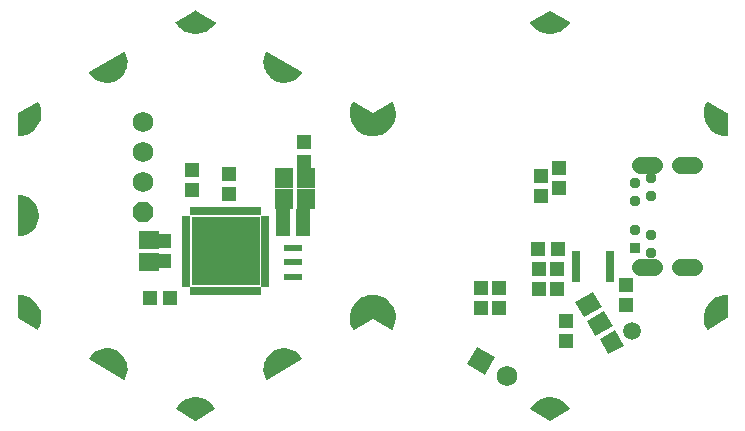
<source format=gbr>
G04 EAGLE Gerber RS-274X export*
G75*
%MOMM*%
%FSLAX34Y34*%
%LPD*%
%INSoldermask Bottom*%
%IPPOS*%
%AMOC8*
5,1,8,0,0,1.08239X$1,22.5*%
G01*
%ADD10R,1.603197X0.603200*%
%ADD11P,1.869504X8X112.500000*%
%ADD12R,1.303200X1.203200*%
%ADD13R,1.203200X1.303200*%
%ADD14R,1.503200X1.703200*%
%ADD15R,1.703200X1.503200*%
%ADD16C,1.727200*%
%ADD17R,0.753200X0.500381*%
%ADD18R,0.500381X0.753200*%
%ADD19R,5.803200X5.803200*%
%ADD20R,1.493200X1.493200*%
%ADD21C,1.493200*%
%ADD22R,0.718200X0.653200*%
%ADD23C,1.203200*%
%ADD24R,0.958000X0.958000*%
%ADD25C,0.958000*%
%ADD26C,1.403200*%
%ADD27R,1.733200X1.733200*%
%ADD28C,1.733200*%

G36*
X802Y154416D02*
X802Y154416D01*
X815Y154415D01*
X3865Y154657D01*
X3897Y154667D01*
X3944Y154670D01*
X6916Y155399D01*
X6947Y155413D01*
X6992Y155424D01*
X7056Y155451D01*
X8232Y155951D01*
X9407Y156450D01*
X9408Y156450D01*
X9809Y156620D01*
X9837Y156639D01*
X9880Y156657D01*
X12468Y158290D01*
X12492Y158313D01*
X12532Y158338D01*
X14825Y160364D01*
X14845Y160391D01*
X14881Y160422D01*
X16819Y162790D01*
X16835Y162820D01*
X16864Y162856D01*
X18398Y165504D01*
X18408Y165536D01*
X18432Y165577D01*
X18485Y165716D01*
X18485Y165717D01*
X19245Y167713D01*
X19245Y167714D01*
X19435Y168213D01*
X19521Y168436D01*
X19526Y168470D01*
X19543Y168514D01*
X20159Y171511D01*
X20159Y171545D01*
X20168Y171591D01*
X20295Y174648D01*
X20290Y174681D01*
X20292Y174728D01*
X19927Y177766D01*
X19916Y177798D01*
X19911Y177845D01*
X19063Y180785D01*
X19047Y180815D01*
X19035Y180860D01*
X17726Y183626D01*
X17709Y183649D01*
X17699Y183676D01*
X17650Y183728D01*
X17607Y183785D01*
X17582Y183800D01*
X17563Y183820D01*
X17497Y183849D01*
X17435Y183885D01*
X17407Y183889D01*
X17381Y183900D01*
X17309Y183901D01*
X17238Y183910D01*
X17211Y183903D01*
X17182Y183903D01*
X17087Y183868D01*
X17047Y183857D01*
X17038Y183850D01*
X17026Y183845D01*
X775Y174489D01*
X-15476Y183845D01*
X-15503Y183854D01*
X-15527Y183871D01*
X-15597Y183885D01*
X-15665Y183908D01*
X-15693Y183906D01*
X-15721Y183912D01*
X-15792Y183898D01*
X-15863Y183892D01*
X-15888Y183879D01*
X-15916Y183874D01*
X-15976Y183834D01*
X-16039Y183801D01*
X-16057Y183778D01*
X-16081Y183762D01*
X-16139Y183680D01*
X-16166Y183647D01*
X-16169Y183637D01*
X-16176Y183626D01*
X-17485Y180860D01*
X-17493Y180827D01*
X-17513Y180785D01*
X-18361Y177845D01*
X-18364Y177811D01*
X-18377Y177766D01*
X-18742Y174728D01*
X-18739Y174694D01*
X-18745Y174648D01*
X-18618Y171591D01*
X-18610Y171558D01*
X-18609Y171511D01*
X-17993Y168514D01*
X-17980Y168482D01*
X-17971Y168436D01*
X-16882Y165577D01*
X-16864Y165548D01*
X-16848Y165504D01*
X-15314Y162856D01*
X-15292Y162831D01*
X-15269Y162790D01*
X-13331Y160422D01*
X-13304Y160401D01*
X-13275Y160364D01*
X-10982Y158338D01*
X-10953Y158321D01*
X-10918Y158290D01*
X-8330Y156657D01*
X-8298Y156645D01*
X-8259Y156620D01*
X-5442Y155424D01*
X-5409Y155417D01*
X-5366Y155399D01*
X-2394Y154670D01*
X-2360Y154669D01*
X-2315Y154657D01*
X735Y154415D01*
X764Y154418D01*
X792Y154414D01*
X802Y154416D01*
G37*
G36*
X17342Y-9273D02*
X17342Y-9273D01*
X17413Y-9267D01*
X17438Y-9254D01*
X17466Y-9249D01*
X17526Y-9209D01*
X17589Y-9176D01*
X17607Y-9153D01*
X17631Y-9137D01*
X17689Y-9055D01*
X17716Y-9022D01*
X17719Y-9012D01*
X17726Y-9001D01*
X19035Y-6235D01*
X19043Y-6202D01*
X19063Y-6160D01*
X19911Y-3220D01*
X19914Y-3186D01*
X19927Y-3141D01*
X20292Y-103D01*
X20289Y-69D01*
X20295Y-23D01*
X20168Y3034D01*
X20160Y3067D01*
X20159Y3114D01*
X19543Y6111D01*
X19530Y6143D01*
X19521Y6189D01*
X18432Y9048D01*
X18414Y9077D01*
X18398Y9121D01*
X16864Y11769D01*
X16842Y11794D01*
X16819Y11835D01*
X14881Y14203D01*
X14854Y14224D01*
X14825Y14261D01*
X12532Y16287D01*
X12503Y16304D01*
X12468Y16335D01*
X9880Y17968D01*
X9848Y17980D01*
X9809Y18005D01*
X6992Y19201D01*
X6959Y19208D01*
X6916Y19226D01*
X3944Y19955D01*
X3910Y19956D01*
X3865Y19968D01*
X815Y20210D01*
X786Y20207D01*
X758Y20211D01*
X748Y20209D01*
X735Y20210D01*
X-2315Y19968D01*
X-2347Y19958D01*
X-2394Y19955D01*
X-5366Y19226D01*
X-5397Y19212D01*
X-5442Y19201D01*
X-5607Y19131D01*
X-6782Y18632D01*
X-7958Y18132D01*
X-8259Y18005D01*
X-8287Y17986D01*
X-8330Y17968D01*
X-10918Y16335D01*
X-10942Y16312D01*
X-10982Y16287D01*
X-13275Y14261D01*
X-13295Y14234D01*
X-13331Y14203D01*
X-15269Y11835D01*
X-15285Y11805D01*
X-15314Y11769D01*
X-16848Y9121D01*
X-16858Y9089D01*
X-16882Y9048D01*
X-17971Y6189D01*
X-17976Y6155D01*
X-17993Y6111D01*
X-18609Y3114D01*
X-18609Y3080D01*
X-18618Y3034D01*
X-18745Y-23D01*
X-18740Y-56D01*
X-18742Y-103D01*
X-18377Y-3141D01*
X-18366Y-3173D01*
X-18361Y-3220D01*
X-17513Y-6160D01*
X-17497Y-6190D01*
X-17485Y-6235D01*
X-16176Y-9001D01*
X-16159Y-9024D01*
X-16149Y-9051D01*
X-16100Y-9103D01*
X-16057Y-9160D01*
X-16032Y-9175D01*
X-16013Y-9195D01*
X-15947Y-9224D01*
X-15885Y-9260D01*
X-15857Y-9264D01*
X-15831Y-9275D01*
X-15759Y-9276D01*
X-15688Y-9285D01*
X-15661Y-9278D01*
X-15632Y-9278D01*
X-15537Y-9243D01*
X-15497Y-9232D01*
X-15488Y-9225D01*
X-15476Y-9220D01*
X775Y136D01*
X17026Y-9220D01*
X17053Y-9229D01*
X17077Y-9246D01*
X17147Y-9260D01*
X17215Y-9283D01*
X17243Y-9281D01*
X17271Y-9287D01*
X17342Y-9273D01*
G37*
G36*
X-299198Y69816D02*
X-299198Y69816D01*
X-299184Y69815D01*
X-296386Y70047D01*
X-296352Y70057D01*
X-296304Y70060D01*
X-293583Y70750D01*
X-293551Y70765D01*
X-293505Y70776D01*
X-290933Y71904D01*
X-290905Y71924D01*
X-290861Y71943D01*
X-288510Y73479D01*
X-288486Y73504D01*
X-288445Y73530D01*
X-286380Y75431D01*
X-286367Y75448D01*
X-286355Y75457D01*
X-286344Y75473D01*
X-286324Y75492D01*
X-284599Y77708D01*
X-284584Y77739D01*
X-284554Y77777D01*
X-283218Y80246D01*
X-283208Y80279D01*
X-283185Y80322D01*
X-282273Y82977D01*
X-282269Y83012D01*
X-282253Y83057D01*
X-281791Y85826D01*
X-281792Y85861D01*
X-281784Y85909D01*
X-281784Y88716D01*
X-281791Y88750D01*
X-281791Y88799D01*
X-282253Y91568D01*
X-282265Y91600D01*
X-282273Y91648D01*
X-283185Y94303D01*
X-283202Y94333D01*
X-283218Y94379D01*
X-284554Y96848D01*
X-284576Y96875D01*
X-284599Y96917D01*
X-286324Y99133D01*
X-286350Y99156D01*
X-286380Y99194D01*
X-288445Y101095D01*
X-288475Y101113D01*
X-288510Y101146D01*
X-290861Y102682D01*
X-290893Y102694D01*
X-290933Y102721D01*
X-293505Y103849D01*
X-293538Y103856D01*
X-293583Y103875D01*
X-296304Y104565D01*
X-296339Y104566D01*
X-296386Y104578D01*
X-299184Y104810D01*
X-299213Y104807D01*
X-299242Y104811D01*
X-299311Y104795D01*
X-299381Y104787D01*
X-299407Y104772D01*
X-299435Y104765D01*
X-299492Y104723D01*
X-299554Y104688D01*
X-299572Y104665D01*
X-299595Y104648D01*
X-299631Y104587D01*
X-299674Y104530D01*
X-299682Y104502D01*
X-299697Y104477D01*
X-299713Y104378D01*
X-299724Y104337D01*
X-299722Y104326D01*
X-299724Y104313D01*
X-299724Y70313D01*
X-299718Y70284D01*
X-299721Y70255D01*
X-299699Y70187D01*
X-299685Y70118D01*
X-299668Y70094D01*
X-299659Y70066D01*
X-299612Y70012D01*
X-299572Y69954D01*
X-299548Y69938D01*
X-299528Y69916D01*
X-299464Y69885D01*
X-299405Y69847D01*
X-299376Y69842D01*
X-299350Y69829D01*
X-299250Y69821D01*
X-299208Y69814D01*
X-299198Y69816D01*
G37*
G36*
X-209459Y-51573D02*
X-209459Y-51573D01*
X-209388Y-51568D01*
X-209362Y-51554D01*
X-209334Y-51549D01*
X-209275Y-51509D01*
X-209212Y-51476D01*
X-209193Y-51454D01*
X-209169Y-51437D01*
X-209112Y-51356D01*
X-209085Y-51323D01*
X-209082Y-51312D01*
X-209074Y-51301D01*
X-207875Y-48765D01*
X-207867Y-48732D01*
X-207846Y-48688D01*
X-207081Y-45990D01*
X-207079Y-45956D01*
X-207065Y-45909D01*
X-206755Y-43122D01*
X-206758Y-43093D01*
X-206756Y-43083D01*
X-206757Y-43078D01*
X-206753Y-43039D01*
X-206905Y-40239D01*
X-206914Y-40206D01*
X-206917Y-40157D01*
X-207528Y-37420D01*
X-207542Y-37389D01*
X-207553Y-37342D01*
X-208606Y-34743D01*
X-208625Y-34714D01*
X-208643Y-34669D01*
X-210111Y-32279D01*
X-210134Y-32253D01*
X-210159Y-32212D01*
X-212000Y-30096D01*
X-212027Y-30075D01*
X-212059Y-30039D01*
X-214223Y-28254D01*
X-214253Y-28238D01*
X-214290Y-28207D01*
X-216718Y-26804D01*
X-216751Y-26793D01*
X-216793Y-26768D01*
X-219418Y-25783D01*
X-219453Y-25778D01*
X-219498Y-25761D01*
X-222250Y-25221D01*
X-222285Y-25222D01*
X-222332Y-25212D01*
X-225135Y-25133D01*
X-225169Y-25139D01*
X-225217Y-25138D01*
X-227996Y-25521D01*
X-228028Y-25532D01*
X-228076Y-25539D01*
X-230753Y-26374D01*
X-230784Y-26391D01*
X-230830Y-26405D01*
X-233333Y-27670D01*
X-233360Y-27691D01*
X-233403Y-27713D01*
X-235664Y-29373D01*
X-235687Y-29398D01*
X-235726Y-29427D01*
X-237683Y-31436D01*
X-237702Y-31465D01*
X-237736Y-31499D01*
X-239335Y-33803D01*
X-239347Y-33830D01*
X-239365Y-33852D01*
X-239386Y-33920D01*
X-239414Y-33985D01*
X-239414Y-34015D01*
X-239422Y-34043D01*
X-239414Y-34113D01*
X-239415Y-34184D01*
X-239404Y-34211D01*
X-239400Y-34240D01*
X-239366Y-34302D01*
X-239338Y-34368D01*
X-239317Y-34388D01*
X-239303Y-34414D01*
X-239227Y-34477D01*
X-239196Y-34507D01*
X-239186Y-34511D01*
X-239175Y-34520D01*
X-209775Y-51520D01*
X-209747Y-51529D01*
X-209723Y-51546D01*
X-209654Y-51560D01*
X-209586Y-51583D01*
X-209557Y-51581D01*
X-209529Y-51587D01*
X-209459Y-51573D01*
G37*
G36*
X-222332Y199837D02*
X-222332Y199837D01*
X-222298Y199845D01*
X-222250Y199846D01*
X-219498Y200386D01*
X-219466Y200399D01*
X-219418Y200408D01*
X-216793Y201393D01*
X-216763Y201412D01*
X-216718Y201429D01*
X-214290Y202832D01*
X-214264Y202855D01*
X-214223Y202879D01*
X-212059Y204664D01*
X-212037Y204691D01*
X-212000Y204721D01*
X-210159Y206837D01*
X-210142Y206868D01*
X-210111Y206904D01*
X-208643Y209294D01*
X-208632Y209327D01*
X-208606Y209368D01*
X-207553Y211967D01*
X-207546Y212001D01*
X-207528Y212045D01*
X-206917Y214782D01*
X-206916Y214817D01*
X-206905Y214864D01*
X-206753Y217664D01*
X-206758Y217699D01*
X-206755Y217747D01*
X-207065Y220534D01*
X-207076Y220567D01*
X-207081Y220615D01*
X-207846Y223313D01*
X-207862Y223344D01*
X-207875Y223390D01*
X-209074Y225926D01*
X-209091Y225949D01*
X-209101Y225977D01*
X-209150Y226028D01*
X-209193Y226085D01*
X-209218Y226100D01*
X-209238Y226121D01*
X-209303Y226149D01*
X-209365Y226185D01*
X-209393Y226189D01*
X-209420Y226201D01*
X-209491Y226201D01*
X-209562Y226210D01*
X-209590Y226203D01*
X-209619Y226203D01*
X-209712Y226168D01*
X-209753Y226157D01*
X-209762Y226150D01*
X-209775Y226145D01*
X-239175Y209145D01*
X-239197Y209125D01*
X-239223Y209113D01*
X-239271Y209060D01*
X-239324Y209013D01*
X-239336Y208987D01*
X-239356Y208965D01*
X-239379Y208897D01*
X-239409Y208833D01*
X-239411Y208804D01*
X-239420Y208777D01*
X-239415Y208706D01*
X-239418Y208635D01*
X-239408Y208607D01*
X-239406Y208578D01*
X-239364Y208488D01*
X-239349Y208448D01*
X-239341Y208440D01*
X-239335Y208428D01*
X-237736Y206124D01*
X-237711Y206100D01*
X-237683Y206061D01*
X-235726Y204052D01*
X-235697Y204032D01*
X-235664Y203998D01*
X-233403Y202338D01*
X-233372Y202324D01*
X-233333Y202295D01*
X-230830Y201030D01*
X-230796Y201021D01*
X-230753Y200999D01*
X-228076Y200164D01*
X-228042Y200160D01*
X-227996Y200146D01*
X-225217Y199763D01*
X-225183Y199765D01*
X-225135Y199758D01*
X-222332Y199837D01*
G37*
G36*
X-88860Y-51578D02*
X-88860Y-51578D01*
X-88831Y-51578D01*
X-88738Y-51543D01*
X-88697Y-51532D01*
X-88688Y-51525D01*
X-88675Y-51520D01*
X-59275Y-34520D01*
X-59253Y-34500D01*
X-59227Y-34488D01*
X-59179Y-34435D01*
X-59126Y-34388D01*
X-59114Y-34362D01*
X-59094Y-34340D01*
X-59071Y-34272D01*
X-59041Y-34208D01*
X-59039Y-34179D01*
X-59030Y-34152D01*
X-59035Y-34081D01*
X-59032Y-34010D01*
X-59042Y-33982D01*
X-59044Y-33953D01*
X-59086Y-33863D01*
X-59101Y-33823D01*
X-59109Y-33815D01*
X-59115Y-33803D01*
X-60714Y-31499D01*
X-60740Y-31475D01*
X-60767Y-31436D01*
X-62724Y-29427D01*
X-62753Y-29407D01*
X-62786Y-29373D01*
X-65047Y-27713D01*
X-65078Y-27699D01*
X-65117Y-27670D01*
X-67620Y-26405D01*
X-67654Y-26396D01*
X-67697Y-26374D01*
X-70374Y-25539D01*
X-70408Y-25535D01*
X-70454Y-25521D01*
X-73233Y-25138D01*
X-73267Y-25140D01*
X-73315Y-25133D01*
X-76118Y-25212D01*
X-76152Y-25220D01*
X-76200Y-25221D01*
X-78952Y-25761D01*
X-78984Y-25774D01*
X-79032Y-25783D01*
X-81657Y-26768D01*
X-81687Y-26787D01*
X-81732Y-26804D01*
X-84160Y-28207D01*
X-84186Y-28230D01*
X-84228Y-28254D01*
X-86391Y-30039D01*
X-86413Y-30066D01*
X-86450Y-30096D01*
X-88291Y-32212D01*
X-88308Y-32243D01*
X-88340Y-32279D01*
X-89807Y-34669D01*
X-89818Y-34702D01*
X-89844Y-34743D01*
X-90897Y-37342D01*
X-90904Y-37376D01*
X-90922Y-37420D01*
X-91533Y-40157D01*
X-91534Y-40192D01*
X-91545Y-40239D01*
X-91697Y-43039D01*
X-91692Y-43074D01*
X-91695Y-43122D01*
X-91385Y-45909D01*
X-91374Y-45942D01*
X-91369Y-45990D01*
X-90604Y-48688D01*
X-90588Y-48719D01*
X-90575Y-48765D01*
X-89376Y-51301D01*
X-89359Y-51324D01*
X-89349Y-51352D01*
X-89300Y-51403D01*
X-89257Y-51460D01*
X-89232Y-51475D01*
X-89212Y-51496D01*
X-89147Y-51524D01*
X-89086Y-51560D01*
X-89057Y-51564D01*
X-89030Y-51576D01*
X-88959Y-51576D01*
X-88888Y-51585D01*
X-88860Y-51578D01*
G37*
G36*
X-73281Y199764D02*
X-73281Y199764D01*
X-73233Y199763D01*
X-70454Y200146D01*
X-70422Y200157D01*
X-70374Y200164D01*
X-67697Y200999D01*
X-67666Y201016D01*
X-67620Y201030D01*
X-65117Y202295D01*
X-65090Y202316D01*
X-65047Y202338D01*
X-62786Y203998D01*
X-62763Y204023D01*
X-62724Y204052D01*
X-60767Y206061D01*
X-60748Y206090D01*
X-60714Y206124D01*
X-59115Y208428D01*
X-59103Y208455D01*
X-59085Y208477D01*
X-59064Y208545D01*
X-59036Y208610D01*
X-59036Y208640D01*
X-59028Y208668D01*
X-59036Y208738D01*
X-59035Y208809D01*
X-59046Y208836D01*
X-59050Y208865D01*
X-59084Y208927D01*
X-59112Y208993D01*
X-59133Y209013D01*
X-59147Y209039D01*
X-59223Y209102D01*
X-59254Y209132D01*
X-59264Y209136D01*
X-59275Y209145D01*
X-88675Y226145D01*
X-88703Y226154D01*
X-88727Y226171D01*
X-88796Y226185D01*
X-88864Y226208D01*
X-88893Y226206D01*
X-88921Y226212D01*
X-88991Y226198D01*
X-89062Y226193D01*
X-89088Y226179D01*
X-89116Y226174D01*
X-89175Y226134D01*
X-89238Y226101D01*
X-89257Y226079D01*
X-89281Y226062D01*
X-89338Y225981D01*
X-89365Y225948D01*
X-89368Y225937D01*
X-89376Y225926D01*
X-90575Y223390D01*
X-90583Y223357D01*
X-90604Y223313D01*
X-91369Y220615D01*
X-91371Y220581D01*
X-91385Y220534D01*
X-91695Y217747D01*
X-91693Y217719D01*
X-91693Y217714D01*
X-91692Y217709D01*
X-91697Y217664D01*
X-91545Y214864D01*
X-91536Y214831D01*
X-91533Y214782D01*
X-90922Y212045D01*
X-90908Y212014D01*
X-90897Y211967D01*
X-89844Y209368D01*
X-89825Y209339D01*
X-89807Y209294D01*
X-88340Y206904D01*
X-88316Y206878D01*
X-88291Y206837D01*
X-86450Y204721D01*
X-86423Y204700D01*
X-86391Y204664D01*
X-84228Y202879D01*
X-84197Y202863D01*
X-84160Y202832D01*
X-81732Y201429D01*
X-81699Y201418D01*
X-81657Y201393D01*
X-79032Y200408D01*
X-78997Y200403D01*
X-78952Y200386D01*
X-76200Y199846D01*
X-76166Y199847D01*
X-76118Y199837D01*
X-73315Y199758D01*
X-73281Y199764D01*
G37*
G36*
X-299217Y154377D02*
X-299217Y154377D01*
X-299203Y154375D01*
X-296147Y154622D01*
X-296114Y154632D01*
X-296068Y154635D01*
X-293091Y155369D01*
X-293060Y155383D01*
X-293014Y155394D01*
X-290194Y156596D01*
X-290166Y156615D01*
X-290122Y156633D01*
X-287531Y158272D01*
X-287506Y158296D01*
X-287467Y158321D01*
X-285172Y160354D01*
X-285151Y160381D01*
X-285116Y160412D01*
X-283177Y162787D01*
X-283161Y162817D01*
X-283131Y162853D01*
X-281598Y165508D01*
X-281587Y165541D01*
X-281564Y165581D01*
X-280476Y168448D01*
X-280471Y168481D01*
X-280454Y168525D01*
X-279841Y171529D01*
X-279841Y171563D01*
X-279831Y171609D01*
X-279707Y174673D01*
X-279713Y174706D01*
X-279711Y174753D01*
X-280080Y177797D01*
X-280091Y177829D01*
X-280096Y177876D01*
X-280949Y180821D01*
X-280965Y180851D01*
X-280978Y180896D01*
X-282292Y183666D01*
X-282310Y183689D01*
X-282320Y183716D01*
X-282369Y183768D01*
X-282412Y183825D01*
X-282437Y183840D01*
X-282457Y183861D01*
X-282522Y183889D01*
X-282584Y183925D01*
X-282612Y183929D01*
X-282639Y183940D01*
X-282710Y183941D01*
X-282781Y183950D01*
X-282809Y183942D01*
X-282838Y183942D01*
X-282931Y183907D01*
X-282972Y183896D01*
X-282981Y183889D01*
X-282994Y183884D01*
X-299471Y174345D01*
X-299528Y174293D01*
X-299590Y174248D01*
X-299602Y174228D01*
X-299620Y174213D01*
X-299653Y174143D01*
X-299692Y174077D01*
X-299696Y174052D01*
X-299705Y174033D01*
X-299707Y173989D01*
X-299720Y173913D01*
X-299743Y154874D01*
X-299737Y154845D01*
X-299739Y154816D01*
X-299717Y154749D01*
X-299703Y154679D01*
X-299687Y154655D01*
X-299678Y154627D01*
X-299631Y154573D01*
X-299591Y154515D01*
X-299567Y154499D01*
X-299548Y154477D01*
X-299483Y154446D01*
X-299423Y154407D01*
X-299395Y154403D01*
X-299369Y154390D01*
X-299269Y154381D01*
X-299227Y154374D01*
X-299217Y154377D01*
G37*
G36*
X-282678Y-9313D02*
X-282678Y-9313D01*
X-282607Y-9307D01*
X-282581Y-9294D01*
X-282553Y-9288D01*
X-282493Y-9248D01*
X-282430Y-9216D01*
X-282412Y-9193D01*
X-282388Y-9177D01*
X-282330Y-9095D01*
X-282303Y-9063D01*
X-282300Y-9052D01*
X-282292Y-9041D01*
X-280978Y-6271D01*
X-280970Y-6238D01*
X-280949Y-6196D01*
X-280096Y-3251D01*
X-280094Y-3217D01*
X-280080Y-3172D01*
X-279711Y-128D01*
X-279713Y-94D01*
X-279707Y-48D01*
X-279831Y3016D01*
X-279839Y3049D01*
X-279841Y3096D01*
X-280454Y6100D01*
X-280467Y6131D01*
X-280476Y6177D01*
X-281564Y9044D01*
X-281582Y9073D01*
X-281598Y9117D01*
X-283131Y11772D01*
X-283154Y11798D01*
X-283177Y11838D01*
X-285116Y14213D01*
X-285142Y14235D01*
X-285172Y14271D01*
X-287467Y16305D01*
X-287496Y16321D01*
X-287531Y16353D01*
X-290122Y17992D01*
X-290154Y18004D01*
X-290194Y18029D01*
X-293014Y19231D01*
X-293048Y19238D01*
X-293091Y19256D01*
X-296068Y19990D01*
X-296102Y19991D01*
X-296147Y20003D01*
X-299203Y20250D01*
X-299232Y20246D01*
X-299260Y20251D01*
X-299330Y20234D01*
X-299401Y20226D01*
X-299426Y20211D01*
X-299454Y20205D01*
X-299511Y20162D01*
X-299573Y20127D01*
X-299591Y20104D01*
X-299614Y20087D01*
X-299650Y20025D01*
X-299693Y19968D01*
X-299700Y19940D01*
X-299715Y19915D01*
X-299732Y19817D01*
X-299742Y19776D01*
X-299740Y19765D01*
X-299743Y19751D01*
X-299720Y712D01*
X-299704Y637D01*
X-299696Y560D01*
X-299685Y540D01*
X-299680Y517D01*
X-299636Y454D01*
X-299599Y387D01*
X-299579Y370D01*
X-299567Y353D01*
X-299530Y329D01*
X-299471Y280D01*
X-282994Y-9259D01*
X-282966Y-9268D01*
X-282942Y-9285D01*
X-282873Y-9300D01*
X-282805Y-9322D01*
X-282776Y-9320D01*
X-282748Y-9326D01*
X-282678Y-9313D01*
G37*
G36*
X150791Y-86377D02*
X150791Y-86377D01*
X150868Y-86378D01*
X150892Y-86369D01*
X150913Y-86367D01*
X150952Y-86347D01*
X151024Y-86320D01*
X167524Y-76820D01*
X167546Y-76801D01*
X167572Y-76789D01*
X167606Y-76751D01*
X167609Y-76749D01*
X167612Y-76745D01*
X167620Y-76736D01*
X167673Y-76689D01*
X167686Y-76663D01*
X167705Y-76641D01*
X167728Y-76574D01*
X167759Y-76509D01*
X167761Y-76480D01*
X167770Y-76453D01*
X167765Y-76382D01*
X167768Y-76311D01*
X167758Y-76284D01*
X167756Y-76255D01*
X167714Y-76164D01*
X167699Y-76124D01*
X167692Y-76116D01*
X167686Y-76104D01*
X165944Y-73580D01*
X165920Y-73557D01*
X165893Y-73518D01*
X163769Y-71307D01*
X163741Y-71288D01*
X163709Y-71254D01*
X161258Y-69412D01*
X161227Y-69397D01*
X161190Y-69369D01*
X158475Y-67944D01*
X158442Y-67934D01*
X158401Y-67912D01*
X155493Y-66941D01*
X155466Y-66938D01*
X155457Y-66937D01*
X155415Y-66922D01*
X152388Y-66430D01*
X152354Y-66432D01*
X152308Y-66424D01*
X149242Y-66424D01*
X149209Y-66431D01*
X149162Y-66430D01*
X146135Y-66922D01*
X146104Y-66934D01*
X146057Y-66941D01*
X143149Y-67912D01*
X143120Y-67929D01*
X143075Y-67944D01*
X140360Y-69369D01*
X140334Y-69390D01*
X140292Y-69412D01*
X137841Y-71254D01*
X137818Y-71279D01*
X137781Y-71307D01*
X135657Y-73518D01*
X135639Y-73547D01*
X135606Y-73580D01*
X133864Y-76104D01*
X133853Y-76131D01*
X133834Y-76153D01*
X133814Y-76221D01*
X133786Y-76287D01*
X133786Y-76316D01*
X133778Y-76343D01*
X133786Y-76415D01*
X133786Y-76486D01*
X133797Y-76512D01*
X133800Y-76541D01*
X133835Y-76603D01*
X133863Y-76669D01*
X133883Y-76689D01*
X133898Y-76714D01*
X133961Y-76766D01*
X133965Y-76772D01*
X133974Y-76777D01*
X133975Y-76778D01*
X134005Y-76808D01*
X134015Y-76812D01*
X134026Y-76820D01*
X150526Y-86320D01*
X150599Y-86344D01*
X150669Y-86375D01*
X150693Y-86376D01*
X150715Y-86383D01*
X150791Y-86377D01*
G37*
G36*
X-149209Y-86377D02*
X-149209Y-86377D01*
X-149132Y-86378D01*
X-149108Y-86369D01*
X-149087Y-86367D01*
X-149048Y-86347D01*
X-148976Y-86320D01*
X-132476Y-76820D01*
X-132454Y-76801D01*
X-132428Y-76789D01*
X-132394Y-76751D01*
X-132391Y-76749D01*
X-132388Y-76745D01*
X-132380Y-76736D01*
X-132327Y-76689D01*
X-132314Y-76663D01*
X-132295Y-76641D01*
X-132272Y-76574D01*
X-132241Y-76509D01*
X-132240Y-76480D01*
X-132230Y-76453D01*
X-132235Y-76382D01*
X-132232Y-76311D01*
X-132242Y-76284D01*
X-132244Y-76255D01*
X-132286Y-76164D01*
X-132301Y-76124D01*
X-132308Y-76116D01*
X-132314Y-76104D01*
X-134056Y-73580D01*
X-134080Y-73557D01*
X-134107Y-73518D01*
X-136231Y-71307D01*
X-136259Y-71288D01*
X-136291Y-71254D01*
X-138742Y-69412D01*
X-138773Y-69397D01*
X-138810Y-69369D01*
X-141525Y-67944D01*
X-141558Y-67934D01*
X-141599Y-67912D01*
X-144507Y-66941D01*
X-144534Y-66938D01*
X-144543Y-66937D01*
X-144585Y-66922D01*
X-147612Y-66430D01*
X-147646Y-66432D01*
X-147692Y-66424D01*
X-150758Y-66424D01*
X-150791Y-66431D01*
X-150838Y-66430D01*
X-153865Y-66922D01*
X-153896Y-66934D01*
X-153943Y-66941D01*
X-156851Y-67912D01*
X-156881Y-67929D01*
X-156925Y-67944D01*
X-159640Y-69369D01*
X-159666Y-69390D01*
X-159708Y-69412D01*
X-162159Y-71254D01*
X-162182Y-71279D01*
X-162219Y-71307D01*
X-164343Y-73518D01*
X-164361Y-73547D01*
X-164394Y-73580D01*
X-166136Y-76104D01*
X-166147Y-76131D01*
X-166166Y-76153D01*
X-166186Y-76221D01*
X-166214Y-76287D01*
X-166214Y-76316D01*
X-166222Y-76343D01*
X-166214Y-76415D01*
X-166215Y-76486D01*
X-166203Y-76512D01*
X-166200Y-76541D01*
X-166165Y-76603D01*
X-166137Y-76669D01*
X-166117Y-76689D01*
X-166102Y-76714D01*
X-166039Y-76766D01*
X-166035Y-76772D01*
X-166026Y-76777D01*
X-166025Y-76778D01*
X-165995Y-76808D01*
X-165985Y-76812D01*
X-165974Y-76820D01*
X-149474Y-86320D01*
X-149401Y-86344D01*
X-149331Y-86375D01*
X-149307Y-86376D01*
X-149285Y-86383D01*
X-149209Y-86377D01*
G37*
G36*
X-147659Y241056D02*
X-147659Y241056D01*
X-147612Y241055D01*
X-144585Y241547D01*
X-144554Y241559D01*
X-144507Y241566D01*
X-141599Y242537D01*
X-141570Y242554D01*
X-141525Y242569D01*
X-138810Y243994D01*
X-138784Y244015D01*
X-138742Y244037D01*
X-136291Y245879D01*
X-136268Y245904D01*
X-136231Y245932D01*
X-134107Y248143D01*
X-134089Y248172D01*
X-134056Y248205D01*
X-132314Y250729D01*
X-132303Y250756D01*
X-132284Y250778D01*
X-132264Y250846D01*
X-132236Y250912D01*
X-132236Y250941D01*
X-132228Y250968D01*
X-132236Y251040D01*
X-132236Y251111D01*
X-132247Y251137D01*
X-132250Y251166D01*
X-132285Y251228D01*
X-132313Y251294D01*
X-132333Y251314D01*
X-132348Y251339D01*
X-132425Y251403D01*
X-132455Y251433D01*
X-132465Y251437D01*
X-132476Y251445D01*
X-148976Y260945D01*
X-149049Y260969D01*
X-149119Y261000D01*
X-149143Y261001D01*
X-149165Y261008D01*
X-149241Y261002D01*
X-149318Y261003D01*
X-149342Y260994D01*
X-149363Y260992D01*
X-149402Y260972D01*
X-149474Y260945D01*
X-165974Y251445D01*
X-165996Y251426D01*
X-166022Y251414D01*
X-166070Y251361D01*
X-166123Y251314D01*
X-166136Y251288D01*
X-166155Y251266D01*
X-166178Y251199D01*
X-166209Y251134D01*
X-166211Y251105D01*
X-166220Y251078D01*
X-166215Y251007D01*
X-166218Y250936D01*
X-166208Y250909D01*
X-166206Y250880D01*
X-166164Y250789D01*
X-166149Y250749D01*
X-166142Y250741D01*
X-166136Y250729D01*
X-164394Y248205D01*
X-164370Y248182D01*
X-164343Y248143D01*
X-162219Y245932D01*
X-162191Y245913D01*
X-162159Y245879D01*
X-159708Y244037D01*
X-159677Y244022D01*
X-159640Y243994D01*
X-156925Y242569D01*
X-156892Y242559D01*
X-156851Y242537D01*
X-153943Y241566D01*
X-153909Y241562D01*
X-153865Y241547D01*
X-150838Y241055D01*
X-150804Y241057D01*
X-150758Y241049D01*
X-147692Y241049D01*
X-147659Y241056D01*
G37*
G36*
X152341Y241056D02*
X152341Y241056D01*
X152388Y241055D01*
X155415Y241547D01*
X155446Y241559D01*
X155493Y241566D01*
X158401Y242537D01*
X158431Y242554D01*
X158475Y242569D01*
X161190Y243994D01*
X161216Y244015D01*
X161258Y244037D01*
X163709Y245879D01*
X163732Y245904D01*
X163769Y245932D01*
X165893Y248143D01*
X165911Y248172D01*
X165944Y248205D01*
X167686Y250729D01*
X167697Y250756D01*
X167716Y250778D01*
X167736Y250846D01*
X167764Y250912D01*
X167764Y250941D01*
X167772Y250968D01*
X167764Y251040D01*
X167765Y251111D01*
X167753Y251137D01*
X167750Y251166D01*
X167715Y251228D01*
X167687Y251294D01*
X167667Y251314D01*
X167652Y251339D01*
X167575Y251403D01*
X167545Y251433D01*
X167535Y251437D01*
X167524Y251445D01*
X151024Y260945D01*
X150951Y260969D01*
X150881Y261000D01*
X150857Y261001D01*
X150835Y261008D01*
X150759Y261002D01*
X150682Y261003D01*
X150658Y260994D01*
X150637Y260992D01*
X150598Y260972D01*
X150526Y260945D01*
X134026Y251445D01*
X134004Y251426D01*
X133978Y251414D01*
X133930Y251361D01*
X133877Y251314D01*
X133864Y251288D01*
X133845Y251266D01*
X133822Y251199D01*
X133791Y251134D01*
X133790Y251105D01*
X133780Y251078D01*
X133785Y251007D01*
X133782Y250936D01*
X133792Y250909D01*
X133794Y250880D01*
X133836Y250789D01*
X133851Y250749D01*
X133858Y250741D01*
X133864Y250729D01*
X135606Y248205D01*
X135630Y248182D01*
X135657Y248143D01*
X137781Y245932D01*
X137809Y245913D01*
X137841Y245879D01*
X140292Y244037D01*
X140323Y244022D01*
X140360Y243994D01*
X143075Y242569D01*
X143108Y242559D01*
X143149Y242537D01*
X146057Y241566D01*
X146091Y241562D01*
X146135Y241547D01*
X149162Y241055D01*
X149196Y241057D01*
X149242Y241049D01*
X152308Y241049D01*
X152341Y241056D01*
G37*
G36*
X300861Y154430D02*
X300861Y154430D01*
X300933Y154439D01*
X300957Y154453D01*
X300985Y154460D01*
X301043Y154502D01*
X301105Y154538D01*
X301122Y154561D01*
X301145Y154577D01*
X301182Y154639D01*
X301225Y154697D01*
X301232Y154724D01*
X301247Y154748D01*
X301263Y154849D01*
X301274Y154889D01*
X301272Y154900D01*
X301274Y154913D01*
X301274Y173913D01*
X301259Y173989D01*
X301250Y174066D01*
X301239Y174086D01*
X301235Y174107D01*
X301191Y174172D01*
X301152Y174239D01*
X301133Y174255D01*
X301122Y174271D01*
X301084Y174295D01*
X301024Y174345D01*
X284524Y183845D01*
X284497Y183854D01*
X284473Y183871D01*
X284403Y183885D01*
X284335Y183908D01*
X284307Y183906D01*
X284279Y183912D01*
X284209Y183898D01*
X284137Y183892D01*
X284112Y183879D01*
X284084Y183874D01*
X284024Y183834D01*
X283961Y183801D01*
X283943Y183778D01*
X283919Y183762D01*
X283861Y183680D01*
X283834Y183647D01*
X283831Y183637D01*
X283824Y183626D01*
X282515Y180860D01*
X282507Y180827D01*
X282487Y180785D01*
X281639Y177845D01*
X281636Y177811D01*
X281623Y177766D01*
X281258Y174728D01*
X281261Y174694D01*
X281255Y174648D01*
X281382Y171591D01*
X281390Y171558D01*
X281391Y171511D01*
X282007Y168514D01*
X282020Y168482D01*
X282030Y168436D01*
X283118Y165577D01*
X283136Y165548D01*
X283153Y165504D01*
X284686Y162856D01*
X284708Y162831D01*
X284731Y162790D01*
X286669Y160422D01*
X286696Y160401D01*
X286725Y160364D01*
X289018Y158338D01*
X289047Y158321D01*
X289082Y158290D01*
X291670Y156657D01*
X291702Y156645D01*
X291741Y156620D01*
X294558Y155424D01*
X294591Y155417D01*
X294634Y155399D01*
X297606Y154670D01*
X297640Y154669D01*
X297685Y154657D01*
X300735Y154415D01*
X300764Y154418D01*
X300792Y154414D01*
X300861Y154430D01*
G37*
G36*
X284339Y-9278D02*
X284339Y-9278D01*
X284368Y-9278D01*
X284463Y-9243D01*
X284503Y-9232D01*
X284512Y-9225D01*
X284524Y-9220D01*
X301024Y280D01*
X301083Y331D01*
X301145Y377D01*
X301156Y397D01*
X301173Y411D01*
X301207Y482D01*
X301247Y548D01*
X301251Y573D01*
X301259Y591D01*
X301261Y635D01*
X301274Y713D01*
X301274Y19713D01*
X301269Y19740D01*
X301271Y19769D01*
X301249Y19837D01*
X301235Y19907D01*
X301219Y19931D01*
X301210Y19958D01*
X301163Y20012D01*
X301122Y20071D01*
X301098Y20087D01*
X301080Y20108D01*
X301015Y20140D01*
X300955Y20178D01*
X300927Y20183D01*
X300901Y20196D01*
X300800Y20205D01*
X300758Y20211D01*
X300748Y20209D01*
X300735Y20210D01*
X297685Y19968D01*
X297653Y19958D01*
X297606Y19955D01*
X294634Y19226D01*
X294603Y19212D01*
X294558Y19201D01*
X294393Y19131D01*
X293218Y18632D01*
X292042Y18132D01*
X291741Y18005D01*
X291713Y17986D01*
X291670Y17968D01*
X289082Y16335D01*
X289058Y16312D01*
X289018Y16287D01*
X286725Y14261D01*
X286705Y14234D01*
X286669Y14203D01*
X284731Y11835D01*
X284715Y11805D01*
X284686Y11769D01*
X283153Y9121D01*
X283142Y9089D01*
X283118Y9048D01*
X282030Y6189D01*
X282024Y6155D01*
X282007Y6111D01*
X281391Y3114D01*
X281391Y3080D01*
X281382Y3034D01*
X281255Y-23D01*
X281260Y-56D01*
X281258Y-103D01*
X281623Y-3141D01*
X281634Y-3173D01*
X281639Y-3220D01*
X282487Y-6160D01*
X282503Y-6190D01*
X282515Y-6235D01*
X283824Y-9001D01*
X283841Y-9024D01*
X283851Y-9051D01*
X283900Y-9103D01*
X283943Y-9160D01*
X283968Y-9175D01*
X283987Y-9195D01*
X284053Y-9224D01*
X284115Y-9260D01*
X284143Y-9264D01*
X284169Y-9275D01*
X284241Y-9276D01*
X284312Y-9285D01*
X284339Y-9278D01*
G37*
D10*
X-66675Y35625D03*
X-66675Y47625D03*
X-66675Y59625D03*
D11*
X-193675Y90488D03*
D12*
X-152400Y125975D03*
X-152400Y108975D03*
D13*
X-170888Y17463D03*
X-187888Y17463D03*
D12*
X-57150Y132788D03*
X-57150Y149788D03*
X-75175Y76200D03*
X-58175Y76200D03*
X-75175Y87313D03*
X-58175Y87313D03*
D13*
X-176213Y65650D03*
X-176213Y48650D03*
D14*
X-74588Y101600D03*
X-55588Y101600D03*
X-74588Y119063D03*
X-55588Y119063D03*
D15*
X-188913Y66650D03*
X-188913Y47650D03*
D16*
X-193675Y166688D03*
X-193675Y141288D03*
X-193675Y115888D03*
D17*
X-90025Y84657D03*
X-90025Y79656D03*
X-90025Y74654D03*
X-90025Y69653D03*
X-90025Y64652D03*
X-90025Y59651D03*
X-90025Y54649D03*
X-90025Y49648D03*
X-90025Y44647D03*
X-90025Y39646D03*
X-90025Y34644D03*
X-90025Y29643D03*
D18*
X-96318Y23350D03*
X-101319Y23350D03*
X-106321Y23350D03*
X-111322Y23350D03*
X-116323Y23350D03*
X-121324Y23350D03*
X-126326Y23350D03*
X-131327Y23350D03*
X-136328Y23350D03*
X-141329Y23350D03*
X-146331Y23350D03*
X-151332Y23350D03*
D17*
X-157625Y29643D03*
X-157625Y34644D03*
X-157625Y39646D03*
X-157625Y44647D03*
X-157625Y49648D03*
X-157625Y54649D03*
X-157625Y59651D03*
X-157625Y64652D03*
X-157625Y69653D03*
X-157625Y74654D03*
X-157625Y79656D03*
X-157625Y84657D03*
D18*
X-151332Y90950D03*
X-146331Y90950D03*
X-141329Y90950D03*
X-136328Y90950D03*
X-131327Y90950D03*
X-126326Y90950D03*
X-121324Y90950D03*
X-116323Y90950D03*
X-111322Y90950D03*
X-106321Y90950D03*
X-101319Y90950D03*
X-96318Y90950D03*
D19*
X-123825Y57150D03*
D20*
G36*
X213313Y-22813D02*
X200383Y-30279D01*
X192917Y-17349D01*
X205847Y-9883D01*
X213313Y-22813D01*
G37*
D21*
X220435Y-10081D03*
D14*
G36*
X196642Y6508D02*
X204158Y-6510D01*
X189408Y-15026D01*
X181892Y-2008D01*
X196642Y6508D01*
G37*
G36*
X187142Y22963D02*
X194658Y9945D01*
X179908Y1429D01*
X172392Y14447D01*
X187142Y22963D01*
G37*
D22*
X173245Y34700D03*
X173245Y41200D03*
X173245Y47700D03*
X173245Y54200D03*
X201405Y54200D03*
X201405Y47700D03*
X201405Y41200D03*
X201405Y34700D03*
D12*
X158750Y127563D03*
X158750Y110563D03*
X141288Y41838D03*
X141288Y24838D03*
D13*
X157725Y58738D03*
X140725Y58738D03*
D12*
X164519Y-18606D03*
X164519Y-1606D03*
X107950Y25963D03*
X107950Y8963D03*
D13*
X157163Y24838D03*
X157163Y41838D03*
D12*
X214894Y11556D03*
X214894Y28556D03*
X92075Y8963D03*
X92075Y25963D03*
X142875Y104213D03*
X142875Y121213D03*
D23*
X-149225Y252513D03*
X1495Y164833D03*
X1495Y9793D03*
X-149225Y-77888D03*
X-220725Y211213D03*
X-77725Y211213D03*
X-77725Y-36588D03*
X-220725Y-36588D03*
X150775Y252513D03*
X293875Y169913D03*
X293875Y4713D03*
X150775Y-77888D03*
X-292292Y169913D03*
X-292292Y4713D03*
X-292325Y87313D03*
D24*
X223275Y59813D03*
D25*
X223275Y74813D03*
X223275Y99813D03*
X223275Y114813D03*
X236775Y118813D03*
X236775Y103813D03*
X236775Y70813D03*
X236775Y55813D03*
D26*
X239075Y44113D02*
X227075Y44113D01*
X227075Y130513D02*
X239075Y130513D01*
X260875Y130513D02*
X272875Y130513D01*
X272875Y44113D02*
X260875Y44113D01*
D27*
G36*
X95516Y-47343D02*
X80508Y-38677D01*
X89174Y-23669D01*
X104182Y-32335D01*
X95516Y-47343D01*
G37*
D28*
X114342Y-48206D03*
D12*
X-120650Y105800D03*
X-120650Y122800D03*
M02*

</source>
